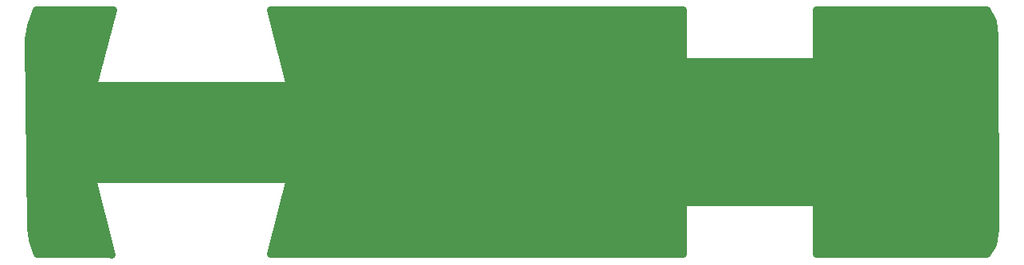
<source format=gbr>
%FSLAX34Y34*%
%MOMM*%
%LNOUTLINE*%
G71*
G01*
%ADD10C,0.300*%
%ADD11C,0.800*%
%LPD*%
G54D10*
X959812Y94984D02*
X959812Y174984D01*
X717312Y174984D01*
X717312Y94984D01*
X959812Y94984D01*
G36*
X1036412Y31700D02*
X1035412Y238072D01*
X1033182Y253428D01*
X1026412Y265100D01*
X845912Y265100D01*
X845912Y210100D01*
X703912Y210100D01*
X703912Y265100D01*
X265912Y265100D01*
X285912Y185100D01*
X77912Y185100D01*
X98912Y265100D01*
X16912Y265100D01*
X11078Y247856D01*
X8468Y234212D01*
X10654Y32558D01*
X12812Y20200D01*
X17604Y5282D01*
X95730Y5282D01*
X96912Y4100D01*
X76912Y85100D01*
X285912Y85100D01*
X265912Y5100D01*
X703912Y5100D01*
X703912Y60100D01*
X845912Y60100D01*
X845912Y5100D01*
X1026344Y5100D01*
X1033334Y15486D01*
X1036412Y31700D01*
G37*
G54D11*
X1036412Y31700D02*
X1035412Y238072D01*
X1033182Y253428D01*
X1026412Y265100D01*
X845912Y265100D01*
X845912Y210100D01*
X703912Y210100D01*
X703912Y265100D01*
X265912Y265100D01*
X285912Y185100D01*
X77912Y185100D01*
X98912Y265100D01*
X16912Y265100D01*
X11078Y247856D01*
X8468Y234212D01*
X10654Y32558D01*
X12812Y20200D01*
X17604Y5282D01*
X95730Y5282D01*
X96912Y4100D01*
X76912Y85100D01*
X285912Y85100D01*
X265912Y5100D01*
X703912Y5100D01*
X703912Y60100D01*
X845912Y60100D01*
X845912Y5100D01*
X1026344Y5100D01*
X1033334Y15486D01*
X1036412Y31700D01*
M02*

</source>
